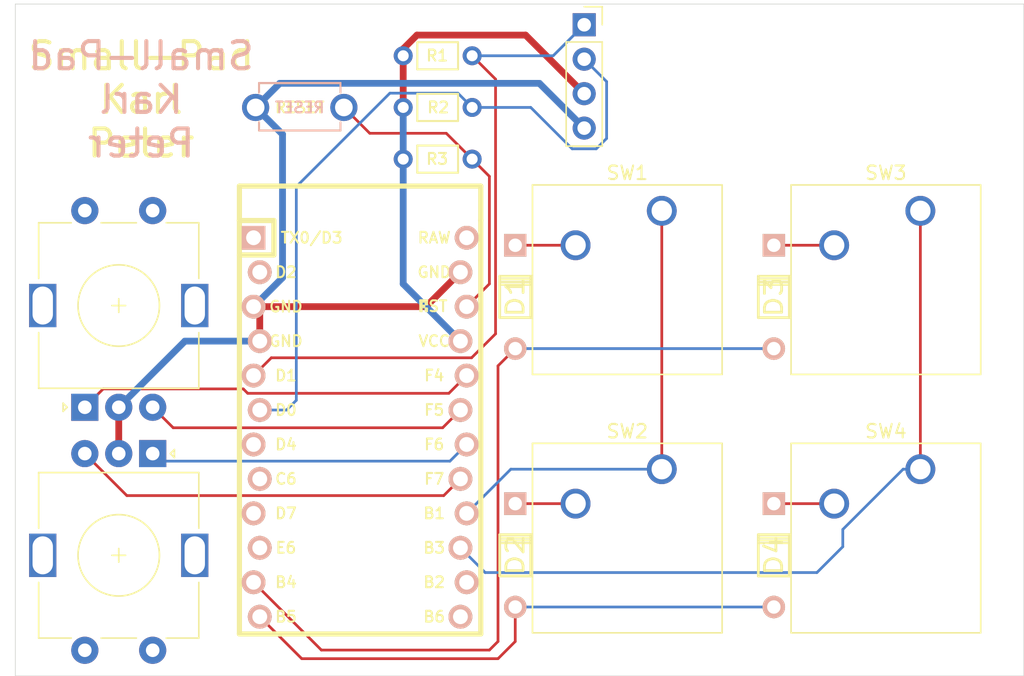
<source format=kicad_pcb>
(kicad_pcb (version 20221018) (generator pcbnew)
  (layers (0 "F.Cu" signal) (31 "B.Cu" signal) (34 "B.Paste" user) (35 "F.Paste" user) (36 "B.SilkS" user "B.Silkscreen") (37 "F.SilkS" user "F.Silkscreen") (38 "B.Mask" user) (39 "F.Mask" user) (44 "Edge.Cuts" user))
  (net 0 "")
  (net 1 "GND")
  (net 2 "Net-(U1-RST)")
  (net 3 "encC")
  (net 4 "encD")
  (net 5 "encE")
  (net 6 "encF")
  (net 7 "VCC")
  (net 8 "SDA")
  (net 9 "SCL")
  (net 10 "rowA")
  (net 11 "Net-(D1-A)")
  (net 12 "rowB")
  (net 13 "Net-(D2-A)")
  (net 14 "Net-(D3-A)")
  (net 15 "Net-(D4-A)")
  (net 16 "encG")
  (net 17 "encH")
  (net 18 "encA")
  (net 19 "encB")
  (net 20 "m0")
  (net 21 "m1")
  (net 24 "col1")
  (net 25 "col0")
  (footprint "Library:TACT_SWITCH_TVBP06" (layer "F.Cu") (at 163.83 58.42)
    (fp_text reference "SW7" hide)
    (fp_text value "SW_Omron_B3FS" hide)
    (fp_text user "RESET" (at 0 0) (layer "B.SilkS") (effects (font (size 0.8 0.8)) (justify mirror)))
    (fp_text user "RESET" (at 0 0 -180) (layer "F.SilkS") (effects (font (size 0.8 0.8))))
    (fp_line (start -3 -1.8) (end -3 -1.1) (stroke (width 0.15)) (layer "B.SilkS"))
    (fp_line (start -3 -1.8) (end 2.9 -1.8) (stroke (width 0.15)) (layer "B.SilkS"))
    (fp_line (start -3 -1.8) (end 3 -1.8) (stroke (width 0.15)) (layer "B.SilkS"))
    (fp_line (start -3 1.7) (end -3 1.1) (stroke (width 0.15)) (layer "B.SilkS"))
    (fp_line (start 3 -1.8) (end 3 -1.1) (stroke (width 0.15)) (layer "B.SilkS"))
    (fp_line (start 3 1.7) (end -3 1.7) (stroke (width 0.15)) (layer "B.SilkS"))
    (fp_line (start 3 1.7) (end 3 1.1) (stroke (width 0.15)) (layer "B.SilkS"))
    (fp_line (start -3 -1.8) (end -3 -1.1) (stroke (width 0.15)) (layer "F.SilkS"))
    (fp_line (start -3 1.7) (end -3 1.1) (stroke (width 0.15)) (layer "F.SilkS"))
    (fp_line (start -3 1.7) (end 3 1.7) (stroke (width 0.15)) (layer "F.SilkS"))
    (fp_line (start 3 -1.8) (end -3 -1.8) (stroke (width 0.15)) (layer "F.SilkS"))
    (fp_line (start 3 -1.8) (end 3 -1.1) (stroke (width 0.15)) (layer "F.SilkS"))
    (fp_line (start 3 1.7) (end 3 1.1) (stroke (width 0.15)) (layer "F.SilkS"))
    (pad "1" thru_hole circle (at -3.25 0) (size 2 2) (drill 1.3) (layers "*.Cu" "*.Mask") (net 1 "GND"))
    (pad "2" thru_hole circle (at 3.25 0) (size 2 2) (drill 1.3) (layers "*.Cu" "*.Mask") (net 2 "Net-(U1-RST)"))
  )
  (footprint "Library:RESISTOR" (layer "F.Cu") (at 173.99 58.42 180)
    (fp_text reference "R2" (at -0.039272 0) (layer "F.SilkS") (effects (font (size 0.8128 0.8128))))
    (fp_text value "R_US" hide)
    (fp_line (start -1.50114 -1.00076) (end -1.50114 1.00076) (stroke (width 0.15)) (layer "F.SilkS"))
    (fp_line (start -1.50114 1.00076) (end 1.50114 1.00076) (stroke (width 0.15)) (layer "F.SilkS"))
    (fp_line (start 1.50114 -1.00076) (end -1.50114 -1.00076) (stroke (width 0.15)) (layer "F.SilkS"))
    (fp_line (start 1.50114 1.00076) (end 1.50114 -1.00076) (stroke (width 0.15)) (layer "F.SilkS"))
    (pad "1" thru_hole circle (at -2.54 0 180) (size 1.397 1.397) (drill 0.8128) (layers "*.Cu" "*.Mask") (net 9 "SCL"))
    (pad "2" thru_hole circle (at 2.54 0 180) (size 1.397 1.397) (drill 0.8128) (layers "*.Cu" "*.Mask") (net 7 "VCC"))
  )
  (footprint "Library:ArduinoProMicro-ZigZag" (layer "F.Cu") (at 168.275 81.99675 -90)
    (fp_text reference "U1" hide)
    (fp_text value "ProMicro" hide)
    (fp_text user "D0" (at -1.27 5.461) (layer "F.SilkS") (effects (font (size 0.8 0.8))))
    (fp_text user "E6" (at 8.89 5.461) (layer "F.SilkS") (effects (font (size 0.8 0.8))))
    (fp_text user "C6" (at 3.81 5.461) (layer "F.SilkS") (effects (font (size 0.8 0.8))))
    (fp_text user "B2" (at 11.43 -5.461) (layer "F.SilkS") (effects (font (size 0.8 0.8))))
    (fp_text user "ST" (at -8.92 -5.73312) (layer "F.SilkS") (effects (font (size 0.8 0.8))))
    (fp_text user "D2" (at -11.43 5.461) (layer "F.SilkS") (effects (font (size 0.8 0.8))))
    (fp_text user "D1" (at -3.81 5.461) (layer "F.SilkS") (effects (font (size 0.8 0.8))))
    (fp_text user "VCC" (at -6.35 -5.461) (layer "F.SilkS") (effects (font (size 0.8 0.8))))
    (fp_text user "D7" (at 6.35 5.461) (layer "F.SilkS") (effects (font (size 0.8 0.8))))
    (fp_text user "F7" (at 3.81 -5.461) (layer "F.SilkS") (effects (font (size 0.8 0.8))))
    (fp_text user "B6" (at 13.97 -5.461) (layer "F.SilkS") (effects (font (size 0.8 0.8))))
    (fp_text user "RAW" (at -13.97 -5.461) (layer "F.SilkS") (effects (font (size 0.8 0.8))))
    (fp_text user "B1" (at 6.35 -5.461) (layer "F.SilkS") (effects (font (size 0.8 0.8))))
    (fp_text user "GND" (at -11.43 -5.461) (layer "F.SilkS") (effects (font (size 0.8 0.8))))
    (fp_text user "B3" (at 8.89 -5.461) (layer "F.SilkS") (effects (font (size 0.8 0.8))))
    (fp_text user "F4" (at -3.81 -5.461) (layer "F.SilkS") (effects (font (size 0.8 0.8))))
    (fp_text user "B5" (at 13.97 5.461) (layer "F.SilkS") (effects (font (size 0.8 0.8))))
    (fp_text user "D4" (at 1.27 5.461) (layer "F.SilkS") (effects (font (size 0.8 0.8))))
    (fp_text user "B4" (at 11.43 5.461) (layer "F.SilkS") (effects (font (size 0.8 0.8))))
    (fp_text user "GND" (at -6.35 5.461) (layer "F.SilkS") (effects (font (size 0.8 0.8))))
    (fp_text user "F6" (at 1.27 -5.461) (layer "F.SilkS") (effects (font (size 0.8 0.8))))
    (fp_text user "GND" (at -8.89 5.461) (layer "F.SilkS") (effects (font (size 0.8 0.8))))
    (fp_text user "TX0/D3" (at -13.97 3.571872) (layer "F.SilkS") (effects (font (size 0.8 0.8))))
    (fp_text user "F5" (at -1.27 -5.461) (layer "F.SilkS") (effects (font (size 0.8 0.8))))
    (fp_line (start -17.78 -8.89) (end -17.78 8.89) (stroke (width 0.381)) (layer "F.SilkS"))
    (fp_line (start -17.78 8.89) (end -15.24 8.89) (stroke (width 0.381)) (layer "F.SilkS"))
    (fp_line (start -15.24 -8.89) (end -17.78 -8.89) (stroke (width 0.381)) (layer "F.SilkS"))
    (fp_line (start -15.24 6.35) (end -15.24 8.89) (stroke (width 0.381)) (layer "F.SilkS"))
    (fp_line (start -15.24 6.35) (end -12.7 6.35) (stroke (width 0.381)) (layer "F.SilkS"))
    (fp_line (start -15.24 8.89) (end 15.24 8.89) (stroke (width 0.381)) (layer "F.SilkS"))
    (fp_line (start -12.7 6.35) (end -12.7 8.89) (stroke (width 0.381)) (layer "F.SilkS"))
    (fp_line (start 15.24 -8.89) (end -15.24 -8.89) (stroke (width 0.381)) (layer "F.SilkS"))
    (fp_line (start 15.24 8.89) (end 15.24 -8.89) (stroke (width 0.381)) (layer "F.SilkS"))
    (fp_poly (pts (xy -9.36064 -4.931568) (xy -9.26064 -4.931568) (xy -9.26064 -4.431568) (xy -9.36064 -4.431568)) (stroke (width 0.15)) (fill solid) (layer "F.SilkS"))
    (fp_poly (pts (xy -9.36064 -4.931568) (xy -9.06064 -4.931568) (xy -9.06064 -4.831568) (xy -9.36064 -4.831568)) (stroke (width 0.15)) (fill solid) (layer "F.SilkS"))
    (fp_poly (pts (xy -9.36064 -4.531568) (xy -8.56064 -4.531568) (xy -8.56064 -4.431568) (xy -9.36064 -4.431568)) (stroke (width 0.15)) (fill solid) (layer "F.SilkS"))
    (fp_poly (pts (xy -8.96064 -4.731568) (xy -8.86064 -4.731568) (xy -8.86064 -4.631568) (xy -8.96064 -4.631568)) (stroke (width 0.15)) (fill solid) (layer "F.SilkS"))
    (fp_poly (pts (xy -8.76064 -4.931568) (xy -8.56064 -4.931568) (xy -8.56064 -4.831568) (xy -8.76064 -4.831568)) (stroke (width 0.15)) (fill solid) (layer "F.SilkS"))
    (pad "1" thru_hole rect (at -13.97 7.8486 270) (size 1.7526 1.7526) (drill 1.0922) (layers "*.Cu" "*.SilkS" "*.Mask") (net 16 "encG"))
    (pad "2" thru_hole circle (at -11.43 7.3914 270) (size 1.7526 1.7526) (drill 1.0922) (layers "*.Cu" "*.SilkS" "*.Mask") (net 17 "encH"))
    (pad "3" thru_hole circle (at -8.89 7.8486 270) (size 1.7526 1.7526) (drill 1.0922) (layers "*.Cu" "*.SilkS" "*.Mask") (net 1 "GND"))
    (pad "4" thru_hole circle (at -6.35 7.3914 270) (size 1.7526 1.7526) (drill 1.0922) (layers "*.Cu" "*.SilkS" "*.Mask") (net 1 "GND"))
    (pad "5" thru_hole circle (at -3.81 7.8486 270) (size 1.7526 1.7526) (drill 1.0922) (layers "*.Cu" "*.SilkS" "*.Mask") (net 8 "SDA"))
    (pad "6" thru_hole circle (at -1.27 7.3914 270) (size 1.7526 1.7526) (drill 1.0922) (layers "*.Cu" "*.SilkS" "*.Mask") (net 9 "SCL"))
    (pad "7" thru_hole circle (at 1.27 7.8486 270) (size 1.7526 1.7526) (drill 1.0922) (layers "*.Cu" "*.SilkS" "*.Mask") (net 18 "encA"))
    (pad "8" thru_hole circle (at 3.81 7.3914 270) (size 1.7526 1.7526) (drill 1.0922) (layers "*.Cu" "*.SilkS" "*.Mask") (net 19 "encB"))
    (pad "9" thru_hole circle (at 6.35 7.8486 270) (size 1.7526 1.7526) (drill 1.0922) (layers "*.Cu" "*.SilkS" "*.Mask") (net 20 "m0"))
    (pad "10" thru_hole circle (at 8.89 7.3914 270) (size 1.7526 1.7526) (drill 1.0922) (layers "*.Cu" "*.SilkS" "*.Mask") (net 21 "m1"))
    (pad "11" thru_hole circle (at 11.43 7.8486 270) (size 1.7526 1.7526) (drill 1.0922) (layers "*.Cu" "*.SilkS" "*.Mask") (net 10 "rowA"))
    (pad "12" thru_hole circle (at 13.97 7.3914 270) (size 1.7526 1.7526) (drill 1.0922) (layers "*.Cu" "*.SilkS" "*.Mask") (net 12 "rowB"))
    (pad "13" thru_hole circle (at 13.97 -7.3914 270) (size 1.7526 1.7526) (drill 1.0922) (layers "*.Cu" "*.SilkS" "*.Mask"))
    (pad "14" thru_hole circle (at 11.43 -7.8486 270) (size 1.7526 1.7526) (drill 1.0922) (layers "*.Cu" "*.SilkS" "*.Mask"))
    (pad "15" thru_hole circle (at 8.89 -7.3914 270) (size 1.7526 1.7526) (drill 1.0922) (layers "*.Cu" "*.SilkS" "*.Mask") (net 24 "col1"))
    (pad "16" thru_hole circle (at 6.35 -7.8486 270) (size 1.7526 1.7526) (drill 1.0922) (layers "*.Cu" "*.SilkS" "*.Mask") (net 25 "col0"))
    (pad "17" thru_hole circle (at 3.81 -7.3914 270) (size 1.7526 1.7526) (drill 1.0922) (layers "*.Cu" "*.SilkS" "*.Mask") (net 6 "encF"))
    (pad "18" thru_hole circle (at 1.27 -7.8486 270) (size 1.7526 1.7526) (drill 1.0922) (layers "*.Cu" "*.SilkS" "*.Mask") (net 5 "encE"))
    (pad "19" thru_hole circle (at -1.27 -7.3914 270) (size 1.7526 1.7526) (drill 1.0922) (layers "*.Cu" "*.SilkS" "*.Mask") (net 4 "encD"))
    (pad "20" thru_hole circle (at -3.81 -7.8486 270) (size 1.7526 1.7526) (drill 1.0922) (layers "*.Cu" "*.SilkS" "*.Mask") (net 3 "encC"))
    (pad "21" thru_hole circle (at -6.35 -7.3914 270) (size 1.7526 1.7526) (drill 1.0922) (layers "*.Cu" "*.SilkS" "*.Mask") (net 7 "VCC"))
    (pad "22" thru_hole circle (at -8.89 -7.8486 270) (size 1.7526 1.7526) (drill 1.0922) (layers "*.Cu" "*.SilkS" "*.Mask") (net 2 "Net-(U1-RST)"))
    (pad "23" thru_hole circle (at -11.43 -7.3914 270) (size 1.7526 1.7526) (drill 1.0922) (layers "*.Cu" "*.SilkS" "*.Mask") (net 1 "GND"))
    (pad "24" thru_hole circle (at -13.97 -7.8486 270) (size 1.7526 1.7526) (drill 1.0922) (layers "*.Cu" "*.SilkS" "*.Mask"))
  )
  (footprint "Library:RESISTOR" (layer "F.Cu") (at 173.99 54.61)
    (fp_text reference "R1" (at -0.039272 -0.011965) (layer "F.SilkS") (effects (font (size 0.8128 0.8128))))
    (fp_text value "R_US" hide)
    (fp_line (start -1.50114 -1.00076) (end -1.50114 1.00076) (stroke (width 0.15)) (layer "F.SilkS"))
    (fp_line (start -1.50114 1.00076) (end 1.50114 1.00076) (stroke (width 0.15)) (layer "F.SilkS"))
    (fp_line (start 1.50114 -1.00076) (end -1.50114 -1.00076) (stroke (width 0.15)) (layer "F.SilkS"))
    (fp_line (start 1.50114 1.00076) (end 1.50114 -1.00076) (stroke (width 0.15)) (layer "F.SilkS"))
    (pad "1" thru_hole circle (at -2.54 0) (size 1.397 1.397) (drill 0.8128) (layers "*.Cu" "*.Mask") (net 7 "VCC"))
    (pad "2" thru_hole circle (at 2.54 0) (size 1.397 1.397) (drill 0.8128) (layers "*.Cu" "*.Mask") (net 8 "SDA"))
  )
  (footprint "Library:Diode" (layer "F.Cu") (at 198.755 91.44 90)
    (fp_text reference "D4" (at 0 0 90) (layer "F.SilkS") (effects (font (size 1.27 1.524) (thickness 0.2032))))
    (fp_text value "D_Small" hide)
    (fp_line (start -1.524 -1.143) (end 1.524 -1.143) (stroke (width 0.2032)) (layer "F.SilkS"))
    (fp_line (start -1.524 1.143) (end -1.524 -1.143) (stroke (width 0.2032)) (layer "F.SilkS"))
    (fp_line (start 0.9 1.1) (end 0.9 -1.1) (stroke (width 0.15)) (layer "F.SilkS"))
    (fp_line (start 1.1 -1.1) (end 1.1 1.1) (stroke (width 0.15)) (layer "F.SilkS"))
    (fp_line (start 1.3 -1.1) (end 1.3 -1) (stroke (width 0.15)) (layer "F.SilkS"))
    (fp_line (start 1.3 -1) (end 1.3 -1.1) (stroke (width 0.15)) (layer "F.SilkS"))
    (fp_line (start 1.3 1.1) (end 1.3 -1) (stroke (width 0.15)) (layer "F.SilkS"))
    (fp_line (start 1.524 -1.143) (end 1.524 1.143) (stroke (width 0.2032)) (layer "F.SilkS"))
    (fp_line (start 1.524 1.143) (end -1.524 1.143) (stroke (width 0.2032)) (layer "F.SilkS"))
    (pad "1" thru_hole circle (at -3.81 0 90) (size 1.651 1.651) (drill 0.9906) (layers "*.Cu" "*.SilkS" "*.Mask") (net 12 "rowB"))
    (pad "2" thru_hole rect (at 3.81 0 90) (size 1.651 1.651) (drill 0.9906) (layers "*.Cu" "*.SilkS" "*.Mask") (net 15 "Net-(D4-A)"))
  )
  (footprint "Library:Diode" (layer "F.Cu") (at 179.705 72.39 90)
    (fp_text reference "D1" (at 0 0 90) (layer "F.SilkS") (effects (font (size 1.27 1.524) (thickness 0.2032))))
    (fp_text value "D_Small" hide)
    (fp_line (start -1.524 -1.143) (end 1.524 -1.143) (stroke (width 0.2032)) (layer "F.SilkS"))
    (fp_line (start -1.524 1.143) (end -1.524 -1.143) (stroke (width 0.2032)) (layer "F.SilkS"))
    (fp_line (start 0.9 1.1) (end 0.9 -1.1) (stroke (width 0.15)) (layer "F.SilkS"))
    (fp_line (start 1.1 -1.1) (end 1.1 1.1) (stroke (width 0.15)) (layer "F.SilkS"))
    (fp_line (start 1.3 -1.1) (end 1.3 -1) (stroke (width 0.15)) (layer "F.SilkS"))
    (fp_line (start 1.3 -1) (end 1.3 -1.1) (stroke (width 0.15)) (layer "F.SilkS"))
    (fp_line (start 1.3 1.1) (end 1.3 -1) (stroke (width 0.15)) (layer "F.SilkS"))
    (fp_line (start 1.524 -1.143) (end 1.524 1.143) (stroke (width 0.2032)) (layer "F.SilkS"))
    (fp_line (start 1.524 1.143) (end -1.524 1.143) (stroke (width 0.2032)) (layer "F.SilkS"))
    (pad "1" thru_hole circle (at -3.81 0 90) (size 1.651 1.651) (drill 0.9906) (layers "*.Cu" "*.SilkS" "*.Mask") (net 10 "rowA"))
    (pad "2" thru_hole rect (at 3.81 0 90) (size 1.651 1.651) (drill 0.9906) (layers "*.Cu" "*.SilkS" "*.Mask") (net 11 "Net-(D1-A)"))
  )
  (footprint "Button_Switch_Keyboard:SW_Cherry_MX_1.00u_PCB" (layer "F.Cu") (at 190.5 85.09)
    (fp_text reference "SW2" (at -2.54 -2.794) (layer "F.SilkS"))
    (fp_text value "KEYSW")
    (fp_line (start -9.525 -1.905) (end 4.445 -1.905) (stroke (width 0.12)) (layer "F.SilkS"))
    (fp_line (start -9.525 12.065) (end -9.525 -1.905) (stroke (width 0.12)) (layer "F.SilkS"))
    (fp_line (start 4.445 -1.905) (end 4.445 12.065) (stroke (width 0.12)) (layer "F.SilkS"))
    (fp_line (start 4.445 12.065) (end -9.525 12.065) (stroke (width 0.12)) (layer "F.SilkS"))
    (pad "" np_thru_hole circle (at -7.62 5.08) (size 1.7 1.7) (drill 1.7) (layers "*.Cu" "*.Mask"))
    (pad "" np_thru_hole circle (at -2.54 5.08) (size 4 4) (drill 4) (layers "*.Cu" "*.Mask"))
    (pad "" np_thru_hole circle (at 2.54 5.08) (size 1.7 1.7) (drill 1.7) (layers "*.Cu" "*.Mask"))
    (pad "1" thru_hole circle (at 0 0) (size 2.2 2.2) (drill 1.5) (layers "*.Cu" "*.Mask") (net 25 "col0"))
    (pad "2" thru_hole circle (at -6.35 2.54) (size 2.2 2.2) (drill 1.5) (layers "*.Cu" "*.Mask") (net 13 "Net-(D2-A)"))
  )
  (footprint "Library:RotaryEncoder_EC11" (layer "F.Cu") (at 150.495 91.44 -90)
    (fp_text reference "Rot3")
    (fp_text value "RotaryEncoder")
    (fp_line (start -7.8 -4.1) (end -7.2 -4.1) (stroke (width 0.12)) (layer "F.SilkS"))
    (fp_line (start -7.5 -3.8) (end -7.8 -4.1) (stroke (width 0.12)) (layer "F.SilkS"))
    (fp_line (start -7.2 -4.1) (end -7.5 -3.8) (stroke (width 0.12)) (layer "F.SilkS"))
    (fp_line (start -6.1 -5.9) (end -6.1 5.9) (stroke (width 0.12)) (layer "F.SilkS"))
    (fp_line (start -2 -5.9) (end -6.1 -5.9) (stroke (width 0.12)) (layer "F.SilkS"))
    (fp_line (start -2 5.9) (end -6.1 5.9) (stroke (width 0.12)) (layer "F.SilkS"))
    (fp_line (start -0.5 0) (end 0.5 0) (stroke (width 0.12)) (layer "F.SilkS"))
    (fp_line (start 0 -0.5) (end 0 0.5) (stroke (width 0.12)) (layer "F.SilkS"))
    (fp_line (start 2 -5.9) (end 6.1 -5.9) (stroke (width 0.12)) (layer "F.SilkS"))
    (fp_line (start 6.1 -5.9) (end 6.1 -3.5) (stroke (width 0.12)) (layer "F.SilkS"))
    (fp_line (start 6.1 -1.3) (end 6.1 1.3) (stroke (width 0.12)) (layer "F.SilkS"))
    (fp_line (start 6.1 3.5) (end 6.1 5.9) (stroke (width 0.12)) (layer "F.SilkS"))
    (fp_line (start 6.1 5.9) (end 2 5.9) (stroke (width 0.12)) (layer "F.SilkS"))
    (fp_circle (center 0 0) (end 3 0) (stroke (width 0.12)) (fill none) (layer "F.SilkS"))
    (pad "" np_thru_hole rect (at 0 -5.6 270) (size 3.2 2) (drill oval 2.8 1.5) (layers "*.Cu" "*.Mask"))
    (pad "" np_thru_hole rect (at 0 5.6 270) (size 3.2 2) (drill oval 2.8 1.5) (layers "*.Cu" "*.Mask"))
    (pad "A" thru_hole rect (at -7.5 -2.5 270) (size 2 2) (drill 1) (layers "*.Cu" "*.Mask") (net 5 "encE"))
    (pad "B" thru_hole circle (at -7.5 2.5 270) (size 2 2) (drill 1) (layers "*.Cu" "*.Mask") (net 6 "encF"))
    (pad "C" thru_hole circle (at -7.5 0 270) (size 2 2) (drill 1) (layers "*.Cu" "*.Mask") (net 1 "GND"))
    (pad "S1" thru_hole circle (at 7 2.5 270) (size 2 2) (drill 1) (layers "*.Cu" "*.Mask"))
    (pad "S2" thru_hole circle (at 7 -2.5 270) (size 2 2) (drill 1) (layers "*.Cu" "*.Mask"))
  )
  (footprint "Button_Switch_Keyboard:SW_Cherry_MX_1.00u_PCB" (layer "F.Cu") (at 209.55 85.09)
    (fp_text reference "SW4" (at -2.54 -2.794) (layer "F.SilkS"))
    (fp_text value "KEYSW")
    (fp_line (start -9.525 -1.905) (end 4.445 -1.905) (stroke (width 0.12)) (layer "F.SilkS"))
    (fp_line (start -9.525 12.065) (end -9.525 -1.905) (stroke (width 0.12)) (layer "F.SilkS"))
    (fp_line (start 4.445 -1.905) (end 4.445 12.065) (stroke (width 0.12)) (layer "F.SilkS"))
    (fp_line (start 4.445 12.065) (end -9.525 12.065) (stroke (width 0.12)) (layer "F.SilkS"))
    (pad "" np_thru_hole circle (at -7.62 5.08) (size 1.7 1.7) (drill 1.7) (layers "*.Cu" "*.Mask"))
    (pad "" np_thru_hole circle (at -2.54 5.08) (size 4 4) (drill 4) (layers "*.Cu" "*.Mask"))
    (pad "" np_thru_hole circle (at 2.54 5.08) (size 1.7 1.7) (drill 1.7) (layers "*.Cu" "*.Mask"))
    (pad "1" thru_hole circle (at 0 0) (size 2.2 2.2) (drill 1.5) (layers "*.Cu" "*.Mask") (net 24 "col1"))
    (pad "2" thru_hole circle (at -6.35 2.54) (size 2.2 2.2) (drill 1.5) (layers "*.Cu" "*.Mask") (net 15 "Net-(D4-A)"))
  )
  (footprint "Library:RESISTOR" (layer "F.Cu") (at 173.99 62.23)
    (fp_text reference "R3" (at -0.039272 -0.011965) (layer "F.SilkS") (effects (font (size 0.8128 0.8128))))
    (fp_text value "R_US" hide)
    (fp_line (start -1.50114 -1.00076) (end -1.50114 1.00076) (stroke (width 0.15)) (layer "F.SilkS"))
    (fp_line (start -1.50114 1.00076) (end 1.50114 1.00076) (stroke (width 0.15)) (layer "F.SilkS"))
    (fp_line (start 1.50114 -1.00076) (end -1.50114 -1.00076) (stroke (width 0.15)) (layer "F.SilkS"))
    (fp_line (start 1.50114 1.00076) (end 1.50114 -1.00076) (stroke (width 0.15)) (layer "F.SilkS"))
    (pad "1" thru_hole circle (at -2.54 0) (size 1.397 1.397) (drill 0.8128) (layers "*.Cu" "*.Mask") (net 7 "VCC"))
    (pad "2" thru_hole circle (at 2.54 0) (size 1.397 1.397) (drill 0.8128) (layers "*.Cu" "*.Mask") (net 2 "Net-(U1-RST)"))
  )
  (footprint "Library:Diode" (layer "F.Cu") (at 198.755 72.39 90)
    (fp_text reference "D3" (at 0 0 90) (layer "F.SilkS") (effects (font (size 1.27 1.524) (thickness 0.2032))))
    (fp_text value "D_Small" hide)
    (fp_line (start -1.524 -1.143) (end 1.524 -1.143) (stroke (width 0.2032)) (layer "F.SilkS"))
    (fp_line (start -1.524 1.143) (end -1.524 -1.143) (stroke (width 0.2032)) (layer "F.SilkS"))
    (fp_line (start 0.9 1.1) (end 0.9 -1.1) (stroke (width 0.15)) (layer "F.SilkS"))
    (fp_line (start 1.1 -1.1) (end 1.1 1.1) (stroke (width 0.15)) (layer "F.SilkS"))
    (fp_line (start 1.3 -1.1) (end 1.3 -1) (stroke (width 0.15)) (layer "F.SilkS"))
    (fp_line (start 1.3 -1) (end 1.3 -1.1) (stroke (width 0.15)) (layer "F.SilkS"))
    (fp_line (start 1.3 1.1) (end 1.3 -1) (stroke (width 0.15)) (layer "F.SilkS"))
    (fp_line (start 1.524 -1.143) (end 1.524 1.143) (stroke (width 0.2032)) (layer "F.SilkS"))
    (fp_line (start 1.524 1.143) (end -1.524 1.143) (stroke (width 0.2032)) (layer "F.SilkS"))
    (pad "1" thru_hole circle (at -3.81 0 90) (size 1.651 1.651) (drill 0.9906) (layers "*.Cu" "*.SilkS" "*.Mask") (net 10 "rowA"))
    (pad "2" thru_hole rect (at 3.81 0 90) (size 1.651 1.651) (drill 0.9906) (layers "*.Cu" "*.SilkS" "*.Mask") (net 14 "Net-(D3-A)"))
  )
  (footprint "Button_Switch_Keyboard:SW_Cherry_MX_1.00u_PCB" (layer "F.Cu") (at 209.55 66.04)
    (fp_text reference "SW3" (at -2.54 -2.794) (layer "F.SilkS"))
    (fp_text value "KEYSW")
    (fp_line (start -9.525 -1.905) (end 4.445 -1.905) (stroke (width 0.12)) (layer "F.SilkS"))
    (fp_line (start -9.525 12.065) (end -9.525 -1.905) (stroke (width 0.12)) (layer "F.SilkS"))
    (fp_line (start 4.445 -1.905) (end 4.445 12.065) (stroke (width 0.12)) (layer "F.SilkS"))
    (fp_line (start 4.445 12.065) (end -9.525 12.065) (stroke (width 0.12)) (layer "F.SilkS"))
    (pad "" np_thru_hole circle (at -7.62 5.08) (size 1.7 1.7) (drill 1.7) (layers "*.Cu" "*.Mask"))
    (pad "" np_thru_hole circle (at -2.54 5.08) (size 4 4) (drill 4) (layers "*.Cu" "*.Mask"))
    (pad "" np_thru_hole circle (at 2.54 5.08) (size 1.7 1.7) (drill 1.7) (layers "*.Cu" "*.Mask"))
    (pad "1" thru_hole circle (at 0 0) (size 2.2 2.2) (drill 1.5) (layers "*.Cu" "*.Mask") (net 24 "col1"))
    (pad "2" thru_hole circle (at -6.35 2.54) (size 2.2 2.2) (drill 1.5) (layers "*.Cu" "*.Mask") (net 14 "Net-(D3-A)"))
  )
  (footprint "Library:RotaryEncoder_EC11" (layer "F.Cu") (at 150.495 73.025 90)
    (fp_text reference "Rot2")
    (fp_text value "RotaryEncoder")
    (fp_line (start -7.8 -4.1) (end -7.2 -4.1) (stroke (width 0.12)) (layer "F.SilkS"))
    (fp_line (start -7.5 -3.8) (end -7.8 -4.1) (stroke (width 0.12)) (layer "F.SilkS"))
    (fp_line (start -7.2 -4.1) (end -7.5 -3.8) (stroke (width 0.12)) (layer "F.SilkS"))
    (fp_line (start -6.1 -5.9) (end -6.1 5.9) (stroke (width 0.12)) (layer "F.SilkS"))
    (fp_line (start -2 -5.9) (end -6.1 -5.9) (stroke (width 0.12)) (layer "F.SilkS"))
    (fp_line (start -2 5.9) (end -6.1 5.9) (stroke (width 0.12)) (layer "F.SilkS"))
    (fp_line (start -0.5 0) (end 0.5 0) (stroke (width 0.12)) (layer "F.SilkS"))
    (fp_line (start 0 -0.5) (end 0 0.5) (stroke (width 0.12)) (layer "F.SilkS"))
    (fp_line (start 2 -5.9) (end 6.1 -5.9) (stroke (width 0.12)) (layer "F.SilkS"))
    (fp_line (start 6.1 -5.9) (end 6.1 -3.5) (stroke (width 0.12)) (layer "F.SilkS"))
    (fp_line (start 6.1 -1.3) (end 6.1 1.3) (stroke (width 0.12)) (layer "F.SilkS"))
    (fp_line (start 6.1 3.5) (end 6.1 5.9) (stroke (width 0.12)) (layer "F.SilkS"))
    (fp_line (start 6.1 5.9) (end 2 5.9) (stroke (width 0.12)) (layer "F.SilkS"))
    (fp_circle (center 0 0) (end 3 0) (stroke (width 0.12)) (fill none) (layer "F.SilkS"))
    (pad "" np_thru_hole rect (at 0 -5.6 90) (size 3.2 2) (drill oval 2.8 1.5) (layers "*.Cu" "*.Mask"))
    (pad "" np_thru_hole rect (at 0 5.6 90) (size 3.2 2) (drill oval 2.8 1.5) (layers "*.Cu" "*.Mask"))
    (pad "A" thru_hole rect (at -7.5 -2.5 90) (size 2 2) (drill 1) (layers "*.Cu" "*.Mask") (net 3 "encC"))
    (pad "B" thru_hole circle (at -7.5 2.5 90) (size 2 2) (drill 1) (layers "*.Cu" "*.Mask") (net 4 "encD"))
    (pad "C" thru_hole circle (at -7.5 0 90) (size 2 2) (drill 1) (layers "*.Cu" "*.Mask") (net 1 "GND"))
    (pad "S1" thru_hole circle (at 7 2.5 90) (size 2 2) (drill 1) (layers "*.Cu" "*.Mask"))
    (pad "S2" thru_hole circle (at 7 -2.5 90) (size 2 2) (drill 1) (layers "*.Cu" "*.Mask"))
  )
  (footprint "Button_Switch_Keyboard:SW_Cherry_MX_1.00u_PCB" (layer "F.Cu") (at 190.5 66.04)
    (fp_text reference "SW1" (at -2.54 -2.794) (layer "F.SilkS"))
    (fp_text value "KEYSW")
    (fp_line (start -9.525 -1.905) (end 4.445 -1.905) (stroke (width 0.12)) (layer "F.SilkS"))
    (fp_line (start -9.525 12.065) (end -9.525 -1.905) (stroke (width 0.12)) (layer "F.SilkS"))
    (fp_line (start 4.445 -1.905) (end 4.445 12.065) (stroke (width 0.12)) (layer "F.SilkS"))
    (fp_line (start 4.445 12.065) (end -9.525 12.065) (stroke (width 0.12)) (layer "F.SilkS"))
    (pad "" np_thru_hole circle (at -7.62 5.08) (size 1.7 1.7) (drill 1.7) (layers "*.Cu" "*.Mask"))
    (pad "" np_thru_hole circle (at -2.54 5.08) (size 4 4) (drill 4) (layers "*.Cu" "*.Mask"))
    (pad "" np_thru_hole circle (at 2.54 5.08) (size 1.7 1.7) (drill 1.7) (layers "*.Cu" "*.Mask"))
    (pad "1" thru_hole circle (at 0 0) (size 2.2 2.2) (drill 1.5) (layers "*.Cu" "*.Mask") (net 25 "col0"))
    (pad "2" thru_hole circle (at -6.35 2.54) (size 2.2 2.2) (drill 1.5) (layers "*.Cu" "*.Mask") (net 11 "Net-(D1-A)"))
  )
  (footprint "Library:Diode" (layer "F.Cu") (at 179.705 91.44 90)
    (fp_text reference "D2" (at 0 0 90) (layer "F.SilkS") (effects (font (size 1.27 1.524) (thickness 0.2032))))
    (fp_text value "D_Small" hide)
    (fp_line (start -1.524 -1.143) (end 1.524 -1.143) (stroke (width 0.2032)) (layer "F.SilkS"))
    (fp_line (start -1.524 1.143) (end -1.524 -1.143) (stroke (width 0.2032)) (layer "F.SilkS"))
    (fp_line (start 0.9 1.1) (end 0.9 -1.1) (stroke (width 0.15)) (layer "F.SilkS"))
    (fp_line (start 1.1 -1.1) (end 1.1 1.1) (stroke (width 0.15)) (layer "F.SilkS"))
    (fp_line (start 1.3 -1.1) (end 1.3 -1) (stroke (width 0.15)) (layer "F.SilkS"))
    (fp_line (start 1.3 -1) (end 1.3 -1.1) (stroke (width 0.15)) (layer "F.SilkS"))
    (fp_line (start 1.3 1.1) (end 1.3 -1) (stroke (width 0.15)) (layer "F.SilkS"))
    (fp_line (start 1.524 -1.143) (end 1.524 1.143) (stroke (width 0.2032)) (layer "F.SilkS"))
    (fp_line (start 1.524 1.143) (end -1.524 1.143) (stroke (width 0.2032)) (layer "F.SilkS"))
    (pad "1" thru_hole circle (at -3.81 0 90) (size 1.651 1.651) (drill 0.9906) (layers "*.Cu" "*.SilkS" "*.Mask") (net 12 "rowB"))
    (pad "2" thru_hole rect (at 3.81 0 90) (size 1.651 1.651) (drill 0.9906) (layers "*.Cu" "*.SilkS" "*.Mask") (net 13 "Net-(D2-A)"))
  )
  (footprint "Library:PinSocket_1x04_P2.54mm_Vertical" (layer "F.Cu") (at 184.785 52.324)
    (fp_text reference "P1" hide)
    (fp_text value "OLED")
    (fp_line (start -1.33 1.27) (end -1.33 8.95) (stroke (width 0.12)) (layer "F.SilkS"))
    (fp_line (start -1.33 1.27) (end 1.33 1.27) (stroke (width 0.12)) (layer "F.SilkS"))
    (fp_line (start -1.33 8.95) (end 1.33 8.95) (stroke (width 0.12)) (layer "F.SilkS"))
    (fp_line (start 0 -1.33) (end 1.33 -1.33) (stroke (width 0.12)) (layer "F.SilkS"))
    (fp_line (start 1.33 -1.33) (end 1.33 0) (stroke (width 0.12)) (layer "F.SilkS"))
    (fp_line (start 1.33 1.27) (end 1.33 8.95) (stroke (width 0.12)) (layer "F.SilkS"))
    (pad "" thru_hole oval (at 0 5.08) (size 1.7 1.7) (drill 1) (layers "*.Cu" "*.Mask") (net 7 "VCC"))
    (pad "1" thru_hole rect (at 0 0) (size 1.7 1.7) (drill 1) (layers "*.Cu" "*.Mask") (net 8 "SDA"))
    (pad "2" thru_hole oval (at 0 2.54) (size 1.7 1.7) (drill 1) (layers "*.Cu" "*.Mask") (net 9 "SCL"))
    (pad "4" thru_hole oval (at 0 7.62) (size 1.7 1.7) (drill 1) (layers "*.Cu" "*.Mask") (net 1 "GND"))
  )
  (gr_line (start 142.875 100.33) (end 142.875 50.8) (stroke (width 0.05)) (layer "Edge.Cuts"))
  (gr_line (start 142.875 50.8) (end 217.17 50.8) (stroke (width 0.05)) (layer "Edge.Cuts"))
  (gr_line (start 217.17 50.8) (end 217.17 100.33) (stroke (width 0.05)) (layer "Edge.Cuts"))
  (gr_line (start 217.17 100.33) (end 142.875 100.33) (stroke (width 0.05)) (layer "Edge.Cuts"))
  (gr_text "Small-Pad\nKarl\nPeter" (at 152.146 62.23) (layer "B.SilkS") (effects (font (size 2 2) (thickness 0.3)) (justify bottom mirror)))
  (gr_text "Small-Pad\nKarl\nPeter" (at 152.146 62.23) (layer "F.SilkS") (effects (font (size 2 2) (thickness 0.3)) (justify bottom)))
  (segment (start 173.1264 73.10675) (end 160.4264 73.10675) (width 0.5) (layer "F.Cu") (net 1))
  (segment (start 150.495 80.525) (end 150.495 83.94) (width 0.5) (layer "F.Cu") (net 1))
  (segment (start 160.8836 73.56395) (end 160.4264 73.10675) (width 0.5) (layer "F.Cu") (net 1))
  (segment (start 160.8836 75.64675) (end 160.8836 73.56395) (width 0.5) (layer "F.Cu") (net 1))
  (segment (start 175.6664 70.56675) (end 173.1264 73.10675) (width 0.5) (layer "F.Cu") (net 1))
  (segment (start 162.56 70.97315) (end 162.56 60.4) (width 0.5) (layer "B.Cu") (net 1))
  (segment (start 181.483 56.642) (end 184.785 59.944) (width 0.5) (layer "B.Cu") (net 1))
  (segment (start 155.37325 75.64675) (end 150.495 80.525) (width 0.5) (layer "B.Cu") (net 1))
  (segment (start 160.58 58.42) (end 162.358 56.642) (width 0.5) (layer "B.Cu") (net 1))
  (segment (start 160.8836 75.64675) (end 155.37325 75.64675) (width 0.5) (layer "B.Cu") (net 1))
  (segment (start 162.56 60.4) (end 160.58 58.42) (width 0.5) (layer "B.Cu") (net 1))
  (segment (start 162.358 56.642) (end 181.483 56.642) (width 0.5) (layer "B.Cu") (net 1))
  (segment (start 160.4264 73.10675) (end 162.56 70.97315) (width 0.5) (layer "B.Cu") (net 1))
  (segment (start 177.8 71.43035) (end 176.1236 73.10675) (width 0.2) (layer "F.Cu") (net 2))
  (segment (start 168.985 60.325) (end 167.08 58.42) (width 0.2) (layer "F.Cu") (net 2))
  (segment (start 176.53 62.23) (end 174.625 60.325) (width 0.2) (layer "F.Cu") (net 2))
  (segment (start 176.53 62.23) (end 177.8 63.5) (width 0.2) (layer "F.Cu") (net 2))
  (segment (start 177.8 63.5) (end 177.8 71.43035) (width 0.2) (layer "F.Cu") (net 2))
  (segment (start 174.625 60.325) (end 168.985 60.325) (width 0.2) (layer "F.Cu") (net 2))
  (segment (start 159.996193 79.49645) (end 174.8139 79.49645) (width 0.2) (layer "F.Cu") (net 3))
  (segment (start 149.349 79.171) (end 159.670743 79.171) (width 0.2) (layer "F.Cu") (net 3))
  (segment (start 174.8139 79.49645) (end 176.1236 78.18675) (width 0.2) (layer "F.Cu") (net 3))
  (segment (start 147.995 80.525) (end 149.349 79.171) (width 0.2) (layer "F.Cu") (net 3))
  (segment (start 159.670743 79.171) (end 159.996193 79.49645) (width 0.2) (layer "F.Cu") (net 3))
  (segment (start 152.995 80.525) (end 154.50645 82.03645) (width 0.2) (layer "F.Cu") (net 4))
  (segment (start 174.3567 82.03645) (end 175.6664 80.72675) (width 0.2) (layer "F.Cu") (net 4))
  (segment (start 154.50645 82.03645) (end 174.3567 82.03645) (width 0.2) (layer "F.Cu") (net 4))
  (segment (start 174.8933 84.49705) (end 176.1236 83.26675) (width 0.2) (layer "B.Cu") (net 5))
  (segment (start 152.995 83.94) (end 153.55205 84.49705) (width 0.2) (layer "B.Cu") (net 5))
  (segment (start 153.55205 84.49705) (end 174.8933 84.49705) (width 0.2) (layer "B.Cu") (net 5))
  (segment (start 174.4361 87.03705) (end 151.09205 87.03705) (width 0.2) (layer "F.Cu") (net 6))
  (segment (start 175.6664 85.80675) (end 174.4361 87.03705) (width 0.2) (layer "F.Cu") (net 6))
  (segment (start 151.09205 87.03705) (end 147.995 83.94) (width 0.2) (layer "F.Cu") (net 6))
  (segment (start 171.45 58.42) (end 171.45 54.61) (width 0.5) (layer "F.Cu") (net 7))
  (segment (start 171.45 54.61) (end 171.45 54.102) (width 0.5) (layer "F.Cu") (net 7))
  (segment (start 172.466 53.086) (end 180.467 53.086) (width 0.5) (layer "F.Cu") (net 7))
  (segment (start 180.467 53.086) (end 184.785 57.404) (width 0.5) (layer "F.Cu") (net 7))
  (segment (start 171.45 54.102) (end 172.466 53.086) (width 0.5) (layer "F.Cu") (net 7))
  (segment (start 171.45 62.23) (end 171.45 58.42) (width 0.5) (layer "B.Cu") (net 7))
  (segment (start 171.45 62.23) (end 171.45 71.43035) (width 0.5) (layer "B.Cu") (net 7))
  (segment (start 171.45 71.43035) (end 175.6664 75.64675) (width 0.5) (layer "B.Cu") (net 7))
  (segment (start 176.48795 76.87705) (end 161.7361 76.87705) (width 0.2) (layer "F.Cu") (net 8))
  (segment (start 176.53 54.61) (end 178.254 56.334) (width 0.2) (layer "F.Cu") (net 8))
  (segment (start 161.7361 76.87705) (end 160.4264 78.18675) (width 0.2) (layer "F.Cu") (net 8))
  (segment (start 178.254 56.334) (end 178.254 75.111) (width 0.2) (layer "F.Cu") (net 8))
  (segment (start 178.254 75.111) (end 176.48795 76.87705) (width 0.2) (layer "F.Cu") (net 8))
  (segment (start 176.53 54.61) (end 182.499 54.61) (width 0.2) (layer "B.Cu") (net 8))
  (segment (start 182.499 54.61) (end 184.785 52.324) (width 0.2) (layer "B.Cu") (net 8))
  (segment (start 186.436 60.706) (end 186.436 56.515) (width 0.2) (layer "B.Cu") (net 9))
  (segment (start 176.53 58.42) (end 180.848 58.42) (width 0.2) (layer "B.Cu") (net 9))
  (segment (start 185.674 61.468) (end 186.436 60.706) (width 0.2) (layer "B.Cu") (net 9))
  (segment (start 186.436 56.515) (end 184.785 54.864) (width 0.2) (layer "B.Cu") (net 9))
  (segment (start 162.85925 80.72675) (end 160.8836 80.72675) (width 0.2) (layer "B.Cu") (net 9))
  (segment (start 176.53 58.42) (end 175.4775 57.3675) (width 0.2) (layer "B.Cu") (net 9))
  (segment (start 180.848 58.42) (end 183.896 61.468) (width 0.2) (layer "B.Cu") (net 9))
  (segment (start 183.896 61.468) (end 185.674 61.468) (width 0.2) (layer "B.Cu") (net 9))
  (segment (start 175.4775 57.3675) (end 170.4705 57.3675) (width 0.2) (layer "B.Cu") (net 9))
  (segment (start 163.576 80.01) (end 162.85925 80.72675) (width 0.2) (layer "B.Cu") (net 9))
  (segment (start 170.4705 57.3675) (end 163.576 64.262) (width 0.2) (layer "B.Cu") (net 9))
  (segment (start 163.576 64.262) (end 163.576 80.01) (width 0.2) (layer "B.Cu") (net 9))
  (segment (start 177.8 98.425) (end 178.435 97.79) (width 0.2) (layer "F.Cu") (net 10))
  (segment (start 160.4264 93.42675) (end 165.42465 98.425) (width 0.2) (layer "F.Cu") (net 10))
  (segment (start 178.435 77.47) (end 179.705 76.2) (width 0.2) (layer "F.Cu") (net 10))
  (segment (start 178.435 97.79) (end 178.435 77.47) (width 0.2) (layer "F.Cu") (net 10))
  (segment (start 165.42465 98.425) (end 177.8 98.425) (width 0.2) (layer "F.Cu") (net 10))
  (segment (start 199.39 76.2) (end 179.705 76.2) (width 0.2) (layer "B.Cu") (net 10))
  (segment (start 184.15 68.58) (end 179.705 68.58) (width 0.2) (layer "F.Cu") (net 11))
  (segment (start 179.705 97.79) (end 179.705 95.25) (width 0.2) (layer "F.Cu") (net 12))
  (segment (start 160.8836 95.96675) (end 163.97685 99.06) (width 0.2) (layer "F.Cu") (net 12))
  (segment (start 178.435 99.06) (end 179.705 97.79) (width 0.2) (layer "F.Cu") (net 12))
  (segment (start 163.97685 99.06) (end 178.435 99.06) (width 0.2) (layer "F.Cu") (net 12))
  (segment (start 179.705 95.25) (end 198.755 95.25) (width 0.2) (layer "B.Cu") (net 12))
  (segment (start 184.15 87.63) (end 179.705 87.63) (width 0.2) (layer "F.Cu") (net 13))
  (segment (start 198.755 68.58) (end 203.2 68.58) (width 0.2) (layer "F.Cu") (net 14))
  (segment (start 203.2 87.63) (end 198.755 87.63) (width 0.2) (layer "F.Cu") (net 15))
  (segment (start 209.55 85.09) (end 209.55 66.04) (width 0.2) (layer "F.Cu") (net 24))
  (segment (start 177.48965 92.71) (end 201.93 92.71) (width 0.2) (layer "B.Cu") (net 24))
  (segment (start 208.28 85.09) (end 209.55 85.09) (width 0.2) (layer "B.Cu") (net 24))
  (segment (start 175.6664 90.88675) (end 177.48965 92.71) (width 0.2) (layer "B.Cu") (net 24))
  (segment (start 203.835 89.535) (end 208.28 85.09) (width 0.2) (layer "B.Cu") (net 24))
  (segment (start 201.93 92.71) (end 203.835 90.805) (width 0.2) (layer "B.Cu") (net 24))
  (segment (start 203.835 90.805) (end 203.835 89.535) (width 0.2) (layer "B.Cu") (net 24))
  (segment (start 190.5 66.04) (end 190.5 85.09) (width 0.2) (layer "F.Cu") (net 25))
  (segment (start 176.1236 88.34675) (end 179.38035 85.09) (width 0.2) (layer "B.Cu") (net 25))
  (segment (start 179.38035 85.09) (end 190.5 85.09) (width 0.2) (layer "B.Cu") (net 25))
)
</source>
